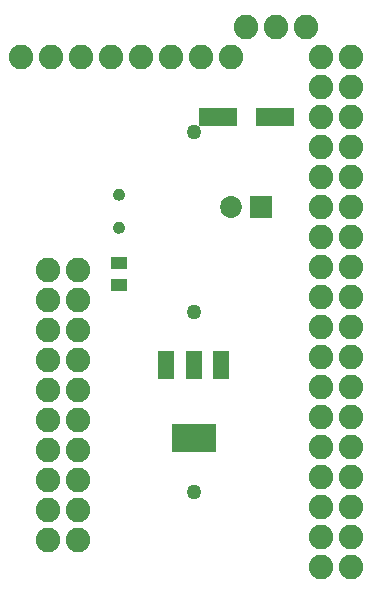
<source format=gbr>
G04 EAGLE Gerber RS-274X export*
G75*
%MOMM*%
%FSLAX34Y34*%
%LPD*%
%INSoldermask Top*%
%IPPOS*%
%AMOC8*
5,1,8,0,0,1.08239X$1,22.5*%
G01*
%ADD10C,2.082800*%
%ADD11R,3.203200X1.603200*%
%ADD12R,1.403200X1.003200*%
%ADD13C,1.854200*%
%ADD14R,1.854200X1.854200*%
%ADD15R,1.422400X2.438400*%
%ADD16R,3.803200X2.403200*%
%ADD17C,1.259600*%

G36*
X108408Y360673D02*
X108408Y360673D01*
X108499Y360672D01*
X109463Y360803D01*
X109511Y360819D01*
X109600Y360838D01*
X110511Y361180D01*
X110554Y361206D01*
X110638Y361245D01*
X111449Y361782D01*
X111485Y361817D01*
X111558Y361873D01*
X112230Y362577D01*
X112258Y362619D01*
X112316Y362690D01*
X112814Y363526D01*
X112815Y363529D01*
X112817Y363531D01*
X112823Y363550D01*
X112832Y363573D01*
X112872Y363655D01*
X113172Y364581D01*
X113179Y364631D01*
X113201Y364720D01*
X113287Y365689D01*
X113283Y365736D01*
X113286Y365811D01*
X113184Y366787D01*
X113170Y366835D01*
X113154Y366925D01*
X112838Y367854D01*
X112814Y367898D01*
X112777Y367983D01*
X112263Y368818D01*
X112229Y368855D01*
X112175Y368930D01*
X111487Y369630D01*
X111446Y369659D01*
X111377Y369719D01*
X110550Y370248D01*
X110504Y370267D01*
X110423Y370311D01*
X109500Y370643D01*
X109450Y370651D01*
X109361Y370676D01*
X108387Y370794D01*
X108337Y370791D01*
X108251Y370795D01*
X107249Y370700D01*
X107200Y370686D01*
X107110Y370670D01*
X106154Y370354D01*
X106109Y370330D01*
X106025Y370295D01*
X105164Y369773D01*
X105126Y369740D01*
X105051Y369687D01*
X104327Y368987D01*
X104298Y368946D01*
X104237Y368877D01*
X103687Y368034D01*
X103667Y367988D01*
X103623Y367907D01*
X103275Y366963D01*
X103266Y366913D01*
X103241Y366825D01*
X103111Y365827D01*
X103113Y365784D01*
X103112Y365658D01*
X103251Y364647D01*
X103267Y364599D01*
X103286Y364509D01*
X103648Y363554D01*
X103674Y363511D01*
X103713Y363427D01*
X104277Y362577D01*
X104312Y362540D01*
X104369Y362468D01*
X105109Y361764D01*
X105151Y361736D01*
X105222Y361678D01*
X106100Y361157D01*
X106147Y361139D01*
X106229Y361098D01*
X107201Y360785D01*
X107251Y360778D01*
X107340Y360757D01*
X108358Y360668D01*
X108408Y360673D01*
G37*
G36*
X108408Y332682D02*
X108408Y332682D01*
X108499Y332681D01*
X109463Y332812D01*
X109511Y332828D01*
X109600Y332847D01*
X110511Y333189D01*
X110554Y333215D01*
X110638Y333254D01*
X111449Y333791D01*
X111485Y333826D01*
X111558Y333882D01*
X112230Y334586D01*
X112258Y334628D01*
X112316Y334699D01*
X112814Y335535D01*
X112815Y335538D01*
X112817Y335540D01*
X112823Y335559D01*
X112832Y335582D01*
X112872Y335664D01*
X113172Y336590D01*
X113179Y336640D01*
X113201Y336729D01*
X113287Y337698D01*
X113283Y337745D01*
X113286Y337820D01*
X113184Y338796D01*
X113170Y338844D01*
X113154Y338934D01*
X112838Y339863D01*
X112814Y339907D01*
X112777Y339992D01*
X112263Y340827D01*
X112229Y340864D01*
X112175Y340939D01*
X111487Y341639D01*
X111446Y341668D01*
X111377Y341728D01*
X110550Y342257D01*
X110504Y342276D01*
X110423Y342320D01*
X109500Y342652D01*
X109450Y342660D01*
X109361Y342685D01*
X108387Y342803D01*
X108337Y342800D01*
X108251Y342804D01*
X107249Y342709D01*
X107200Y342695D01*
X107110Y342679D01*
X106154Y342363D01*
X106109Y342339D01*
X106025Y342304D01*
X105164Y341782D01*
X105126Y341749D01*
X105051Y341696D01*
X104327Y340996D01*
X104298Y340955D01*
X104237Y340886D01*
X103687Y340043D01*
X103667Y339997D01*
X103623Y339916D01*
X103275Y338972D01*
X103266Y338922D01*
X103241Y338834D01*
X103111Y337836D01*
X103113Y337793D01*
X103112Y337667D01*
X103251Y336656D01*
X103267Y336608D01*
X103286Y336518D01*
X103648Y335563D01*
X103674Y335520D01*
X103713Y335436D01*
X104277Y334586D01*
X104312Y334549D01*
X104369Y334477D01*
X105109Y333773D01*
X105151Y333745D01*
X105222Y333687D01*
X106100Y333166D01*
X106147Y333148D01*
X106229Y333107D01*
X107201Y332794D01*
X107251Y332787D01*
X107340Y332766D01*
X108358Y332677D01*
X108408Y332682D01*
G37*
D10*
X304800Y50800D03*
X304800Y76200D03*
X304800Y101600D03*
X304800Y127000D03*
X304800Y152400D03*
X304800Y177800D03*
X304800Y203200D03*
X304800Y228600D03*
X304800Y254000D03*
X304800Y279400D03*
X304800Y304800D03*
X304800Y330200D03*
X304800Y355600D03*
X304800Y381000D03*
X304800Y406400D03*
X304800Y431800D03*
X304800Y457200D03*
X304800Y482600D03*
X279400Y50800D03*
X279400Y76200D03*
X279400Y101600D03*
X279400Y127000D03*
X279400Y152400D03*
X279400Y177800D03*
X279400Y203200D03*
X279400Y228600D03*
X279400Y254000D03*
X279400Y279400D03*
X279400Y304800D03*
X279400Y330200D03*
X279400Y355600D03*
X279400Y381000D03*
X279400Y406400D03*
X279400Y431800D03*
X279400Y457200D03*
X279400Y482600D03*
X203200Y482600D03*
X177800Y482600D03*
X152400Y482600D03*
X127000Y482600D03*
X101600Y482600D03*
X76200Y482600D03*
X50800Y482600D03*
X25400Y482600D03*
X73660Y73660D03*
X48260Y73660D03*
X73660Y99060D03*
X48260Y99060D03*
X73660Y124460D03*
X48260Y124460D03*
X73660Y149860D03*
X48260Y149860D03*
X73660Y175260D03*
X48260Y175260D03*
X73660Y200660D03*
X48260Y200660D03*
X73660Y226060D03*
X48260Y226060D03*
X73660Y251460D03*
X48260Y251460D03*
X73660Y276860D03*
X48260Y276860D03*
X73660Y302260D03*
X48260Y302260D03*
X266700Y508000D03*
X241300Y508000D03*
D11*
X239900Y431800D03*
X191900Y431800D03*
D12*
X108260Y307460D03*
X108260Y289460D03*
D13*
X203400Y355600D03*
D14*
X228400Y355600D03*
D15*
X194564Y221488D03*
X171450Y221488D03*
X148336Y221488D03*
D16*
X171450Y159510D03*
D10*
X215900Y508000D03*
D17*
X171450Y266700D03*
X171450Y114300D03*
X171450Y419100D03*
M02*

</source>
